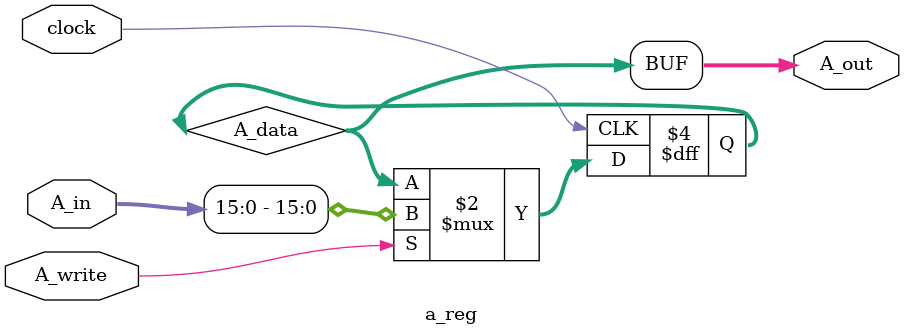
<source format=v>
module a_reg(clock, A_in, A_write, A_out);

input clock;
input [16:0] A_in;
input A_write;

output [15:0] A_out;

reg [15:0] A_data;

 always @(posedge clock) begin
	
	if(A_write) begin
		A_data <= A_in [15:0];
	end
	
 end

assign A_out = A_data;

endmodule
</source>
